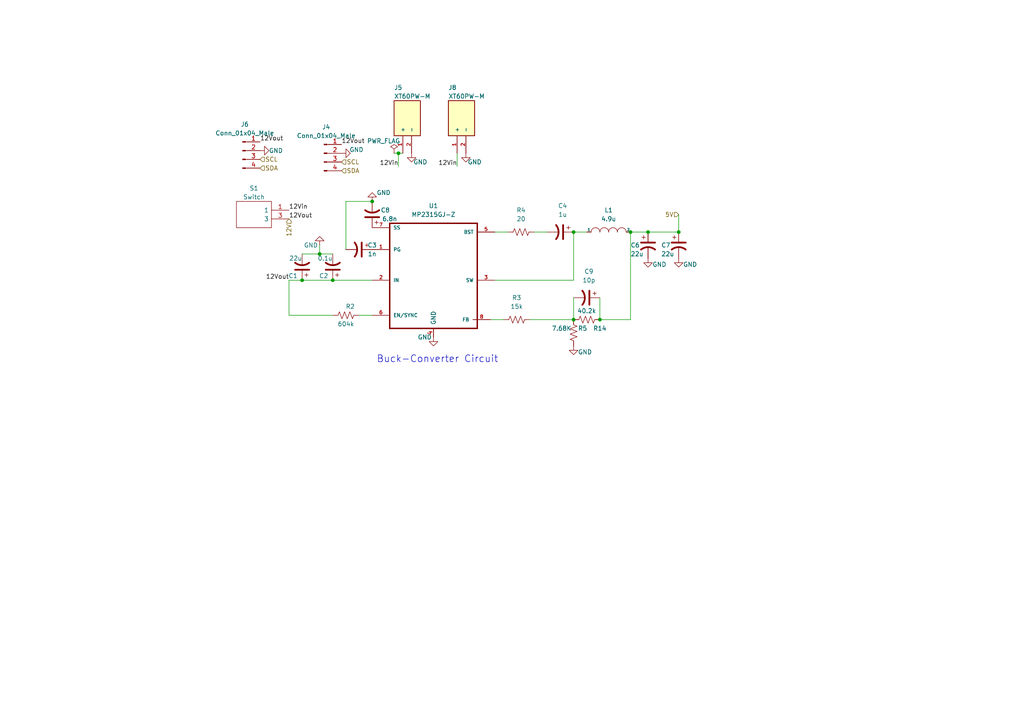
<source format=kicad_sch>
(kicad_sch (version 20230121) (generator eeschema)
  (paper "A4")
  (lib_symbols
    (symbol "2MS6T4B3M2CES:2MS6T4B3M2CES" (pin_names (offset 0.762))
      (property "Reference" "S" (at 16.51 7.62 0))
      (property "Value" "2MS6T4B3M2CES" (at 16.51 5.08 0))
      (symbol "2MS6T4B3M2CES_0_0"
        (pin passive line (at 0 -2.54 0) (length 5.08) (name "1") (number "1"))
        (pin passive line (at 0 0 0) (length 5.08) (name "3") (number "3"))
      )
      (symbol "2MS6T4B3M2CES_0_1"
        (polyline (pts (xy 5.08 2.54) (xy 15.24 2.54) (xy 15.24 -5.08) (xy 5.08 -5.08) (xy 5.08 2.54)) (stroke (width 0.1524)))
      )
    )
    (symbol "Connector:Conn_01x04_Male" (pin_names (offset 1.016) hide)
      (property "Reference" "J" (at 0 5.08 0))
      (property "Value" "Conn_01x04_Male" (at 0 -7.62 0))
      (symbol "Conn_01x04_Male_1_1"
        (polyline (pts (xy 1.27 -5.08) (xy 0.8636 -5.08)) (stroke (width 0.1524)))
        (polyline (pts (xy 1.27 -2.54) (xy 0.8636 -2.54)) (stroke (width 0.1524)))
        (polyline (pts (xy 1.27 0) (xy 0.8636 0)) (stroke (width 0.1524)))
        (polyline (pts (xy 1.27 2.54) (xy 0.8636 2.54)) (stroke (width 0.1524)))
        (rectangle (start 0.8636 -4.953) (end 0 -5.207) (stroke (width 0.1524)) (fill (type outline)))
        (rectangle (start 0.8636 -2.413) (end 0 -2.667) (stroke (width 0.1524)) (fill (type outline)))
        (rectangle (start 0.8636 0.127) (end 0 -0.127) (stroke (width 0.1524)) (fill (type outline)))
        (rectangle (start 0.8636 2.667) (end 0 2.413) (stroke (width 0.1524)) (fill (type outline)))
        (pin passive line (at 5.08 2.54 180) (length 3.81) (name "Pin_1") (number "1"))
        (pin passive line (at 5.08 0 180) (length 3.81) (name "Pin_2") (number "2"))
        (pin passive line (at 5.08 -2.54 180) (length 3.81) (name "Pin_3") (number "3"))
        (pin passive line (at 5.08 -5.08 180) (length 3.81) (name "Pin_4") (number "4"))
      )
    )
    (symbol "Device:C_Polarized_US" (pin_numbers hide) (pin_names (offset 0.254) hide)
      (property "Reference" "C" (at 0.635 2.54 0))
      (property "Value" "C_Polarized_US" (at 0.635 -2.54 0))
      (symbol "C_Polarized_US_0_1"
        (polyline (pts (xy -2.032 0.762) (xy 2.032 0.762)) (stroke (width 0.508)))
        (polyline (pts (xy -1.778 2.286) (xy -0.762 2.286)))
        (polyline (pts (xy -1.27 1.778) (xy -1.27 2.794)))
        (arc (start 2.032 -1.27) (mid 0 -0.5572) (end -2.032 -1.27) (stroke (width 0.508)))
      )
      (symbol "C_Polarized_US_1_1"
        (pin passive line (at 0 3.81 270) (length 2.794) (name "~") (number "1"))
        (pin passive line (at 0 -3.81 90) (length 3.302) (name "~") (number "2"))
      )
    )
    (symbol "Device:R_US" (pin_numbers hide) (pin_names (offset 0))
      (property "Reference" "R" (at 2.54 0 90))
      (property "Value" "R_US" (at -2.54 0 90))
      (symbol "R_US_0_1"
        (polyline (pts (xy 0 -2.286) (xy 0 -2.54)))
        (polyline (pts (xy 0 2.286) (xy 0 2.54)))
        (polyline (pts (xy 0 -0.762) (xy 1.016 -1.143) (xy 0 -1.524) (xy -1.016 -1.905) (xy 0 -2.286)))
        (polyline (pts (xy 0 0.762) (xy 1.016 0.381) (xy 0 0) (xy -1.016 -0.381) (xy 0 -0.762)))
        (polyline (pts (xy 0 2.286) (xy 1.016 1.905) (xy 0 1.524) (xy -1.016 1.143) (xy 0 0.762)))
      )
      (symbol "R_US_1_1"
        (pin passive line (at 0 3.81 270) (length 1.27) (name "~") (number "1"))
        (pin passive line (at 0 -3.81 90) (length 1.27) (name "~") (number "2"))
      )
    )
    (symbol "MP2315GJ-Z:MP2315GJ-Z" (pin_names (offset 1.016))
      (property "Reference" "U1" (at 0 20.32 0))
      (property "Value" "MP2315GJ-Z" (at 0 17.78 0))
      (symbol "MP2315GJ-Z_0_0"
        (polyline (pts (xy -12.7 -15.24) (xy -12.7 15.24)) (stroke (width 0.4064)))
        (polyline (pts (xy -12.7 15.24) (xy 12.7 15.24)) (stroke (width 0.4064)) (fill (type outline)))
        (polyline (pts (xy 12.7 -15.24) (xy -12.7 -15.24)) (stroke (width 0.4064)))
        (polyline (pts (xy 12.7 15.24) (xy 12.7 -15.24)) (stroke (width 0.4064)))
        (pin input line (at -17.78 7.62 0) (length 5.08) (name "PG") (number "1"))
        (pin power_in line (at -17.78 -1.27 0) (length 5.08) (name "IN") (number "2"))
        (pin bidirectional line (at 17.78 -1.27 180) (length 5.08) (name "SW") (number "3"))
        (pin output line (at 17.78 12.7 180) (length 5.08) (name "BST") (number "5"))
        (pin input line (at -17.78 -11.43 0) (length 5.08) (name "EN/SYNC") (number "6"))
        (pin power_out line (at -17.78 13.97 0) (length 5.08) (name "SS") (number "7"))
        (pin bidirectional line (at 16.51 -12.7 180) (length 5.08) (name "FB") (number "8"))
      )
      (symbol "MP2315GJ-Z_1_1"
        (rectangle (start -12.7 15.24) (end 12.7 -15.24))
        (pin power_out line (at 0 -17.78 90) (length 2.54) (name "GND") (number "4"))
      )
    )
    (symbol "XT60PW-M:XT60PW-M" (pin_names (offset 1.016))
      (property "Reference" "J" (at -5.08 5.715 0))
      (property "Value" "XT60PW-M" (at -5.08 -5.08 0))
      (symbol "XT60PW-M_0_0"
        (rectangle (start -5.08 -2.54) (end 5.08 5.08) (stroke (width 0.254)) (fill (type background)))
        (pin passive line (at -10.16 2.54 0) (length 5.08) (name "+") (number "1"))
        (pin passive line (at -10.16 0 0) (length 5.08) (name "-") (number "2"))
      )
    )
    (symbol "power:GND" (power) (pin_names (offset 0))
      (property "Value" "GND" (at 0 -3.81 0))
      (symbol "GND_0_1"
        (polyline (pts (xy 0 0) (xy 0 -1.27) (xy 1.27 -1.27) (xy 0 -2.54) (xy -1.27 -1.27) (xy 0 -1.27)))
      )
      (symbol "GND_1_1"
        (pin power_in line (at 0 0 270) (length 0) hide (name "GND") (number "1"))
      )
    )
    (symbol "power:PWR_FLAG" (power) (pin_numbers hide) (pin_names (offset 0) hide)
      (property "Value" "PWR_FLAG" (at 0 3.81 0))
      (symbol "PWR_FLAG_0_0"
        (pin power_out line (at 0 0 90) (length 0) (name "pwr") (number "1"))
      )
      (symbol "PWR_FLAG_0_1"
        (polyline (pts (xy 0 0) (xy 0 1.27) (xy -1.016 1.905) (xy 0 2.54) (xy 1.016 1.905) (xy 0 1.27)))
      )
    )
    (symbol "pspice:INDUCTOR" (pin_numbers hide) (pin_names (offset 0))
      (property "Reference" "L" (at 0 2.54 0))
      (property "Value" "INDUCTOR" (at 0 -1.27 0))
      (symbol "INDUCTOR_0_1"
        (arc (start -2.54 0) (mid -3.81 1.2645) (end -5.08 0))
        (arc (start 0 0) (mid -1.27 1.2645) (end -2.54 0))
        (arc (start 2.54 0) (mid 1.27 1.2645) (end 0 0))
        (arc (start 5.08 0) (mid 3.81 1.2645) (end 2.54 0))
      )
      (symbol "INDUCTOR_1_1"
        (pin input line (at -6.35 0 0) (length 1.27) (name "1") (number "1"))
        (pin input line (at 6.35 0 180) (length 1.27) (name "2") (number "2"))
      )
    )
  )
  (junction (at 182.88 67.31))
  (junction (at 87.63 81.28))
  (junction (at 187.96 67.31))
  (junction (at 196.85 67.31))
  (junction (at 173.99 92.71))
  (junction (at 107.95 58.42))
  (junction (at 96.52 81.28))
  (junction (at 92.71 73.66))
  (junction (at 166.37 67.31))
  (junction (at 115.57 44.45))
  (junction (at 166.37 92.71))
  (wire (pts (xy 182.88 92.71) (xy 173.99 92.71)))
  (wire (pts (xy 87.63 73.66) (xy 92.71 73.66)))
  (wire (pts (xy 154.94 67.31) (xy 158.75 67.31)))
  (wire (pts (xy 96.52 81.28) (xy 107.95 81.28)))
  (wire (pts (xy 92.71 71.12) (xy 92.71 73.66)))
  (wire (pts (xy 182.88 67.31) (xy 187.96 67.31)))
  (wire (pts (xy 182.88 67.31) (xy 182.88 92.71)))
  (wire (pts (xy 173.99 86.36) (xy 173.99 92.71)))
  (wire (pts (xy 104.14 91.44) (xy 107.95 91.44)))
  (wire (pts (xy 114.3 44.45) (xy 115.57 44.45)))
  (wire (pts (xy 166.37 67.31) (xy 170.18 67.31)))
  (wire (pts (xy 143.51 81.28) (xy 166.37 81.28)))
  (wire (pts (xy 166.37 86.36) (xy 166.37 92.71)))
  (wire (pts (xy 143.51 67.31) (xy 147.32 67.31)))
  (wire (pts (xy 100.33 58.42) (xy 107.95 58.42)))
  (wire (pts (xy 115.57 44.45) (xy 115.57 48.26)))
  (wire (pts (xy 92.71 73.66) (xy 96.52 73.66)))
  (wire (pts (xy 196.85 62.23) (xy 196.85 67.31)))
  (wire (pts (xy 87.63 81.28) (xy 96.52 81.28)))
  (wire (pts (xy 115.57 44.45) (xy 116.84 44.45)))
  (wire (pts (xy 132.588 44.45) (xy 132.588 48.26)))
  (wire (pts (xy 83.82 91.44) (xy 83.82 81.28)))
  (wire (pts (xy 146.05 92.71) (xy 142.24 92.71)))
  (wire (pts (xy 153.67 92.71) (xy 166.37 92.71)))
  (wire (pts (xy 96.52 91.44) (xy 83.82 91.44)))
  (wire (pts (xy 187.96 67.31) (xy 196.85 67.31)))
  (wire (pts (xy 83.82 81.28) (xy 87.63 81.28)))
  (wire (pts (xy 100.33 72.39) (xy 100.33 58.42)))
  (wire (pts (xy 166.37 81.28) (xy 166.37 67.31)))
  (text "Buck-Converter Circuit" (at 109.22 105.41 0) (effects (font (size 2 2)) (justify left bottom)))
  (label "12Vout" (at 83.82 81.28 180))
  (label "12Vout" (at 99.06 41.91 0))
  (label "12Vout" (at 75.438 41.148 0))
  (label "12Vout" (at 83.82 63.5 0))
  (label "12Vin" (at 132.588 48.26 180))
  (label "12Vin" (at 115.57 48.26 180))
  (label "12Vin" (at 83.82 60.96 0))
  (hierarchical_label "SCL" (shape input) (at 75.438 46.228 0))
  (hierarchical_label "SDA" (shape input) (at 99.06 49.53 0))
  (hierarchical_label "12V" (shape input) (at 83.82 63.5 270))
  (hierarchical_label "SDA" (shape input) (at 75.438 48.768 0))
  (hierarchical_label "5V" (shape input) (at 196.85 62.23 180))
  (hierarchical_label "SCL" (shape input) (at 99.06 46.99 0))
  (symbol (lib_id "power:GND") (at 119.38 44.45 0) (unit 1)
    (property "Reference" "#PWR0102" (effects hide))
    (property "Value" "GND" (at 121.92 46.99 0))
  )
  (symbol (lib_id "power:GND") (at 99.06 44.45 90) (unit 1)
    (property "Reference" "#PWR0106" (effects hide))
    (property "Value" "GND" (at 101.346 43.434 90) (effects (justify right)))
  )
  (symbol (lib_id "Device:C_Polarized_US") (at 196.85 71.12 0) (unit 1)
    (property "Reference" "C7" (at 191.77 71.12 0) (effects (justify left)))
    (property "Value" "22u" (at 191.77 73.66 0) (effects (justify left)))
    (property "Footprint" "Capacitor_SMD:C_1210_3225Metric_Pad1.33x2.70mm_HandSolder" (effects hide))
  )
  (symbol (lib_id "Device:R_US") (at 170.18 92.71 270) (unit 1)
    (property "Reference" "R14" (at 173.99 95.25 90))
    (property "Value" "40.2k" (at 170.18 90.17 90))
    (property "Footprint" "Resistor_SMD:R_0805_2012Metric_Pad1.20x1.40mm_HandSolder" (effects hide))
  )
  (symbol (lib_id "XT60PW-M:XT60PW-M") (at 135.128 34.29 90) (unit 1)
    (property "Reference" "J8" (at 130.048 25.4 90) (effects (justify right)))
    (property "Value" "XT60PW-M" (at 130.048 27.94 90) (effects (justify right)))
    (property "Footprint" ".pretty:AMASS_XT60PW-M" (effects hide))
    (property "STANDARD" "Manufacturer recommendations" (effects hide))
    (property "PARTREV" "V1.2" (effects hide))
    (property "MANUFACTURER" "AMASS" (effects hide))
    (property "MAXIMUM_PACKAGE_HEIGHT" "8.4 mm" (effects hide))
  )
  (symbol (lib_id "Device:R_US") (at 151.13 67.31 90) (unit 1)
    (property "Reference" "R4" (at 151.13 60.96 90))
    (property "Value" "20" (at 151.13 63.5 90))
    (property "Footprint" "Resistor_SMD:R_0603_1608Metric_Pad0.98x0.95mm_HandSolder" (effects hide))
  )
  (symbol (lib_id "Device:C_Polarized_US") (at 162.56 67.31 270) (unit 1)
    (property "Reference" "C4" (at 163.195 59.69 90))
    (property "Value" "1u" (at 163.195 62.23 90))
    (property "Footprint" "Capacitor_SMD:C_0603_1608Metric_Pad1.08x0.95mm_HandSolder" (effects hide))
  )
  (symbol (lib_id "power:GND") (at 187.96 74.93 0) (unit 1)
    (property "Reference" "#PWR0112" (effects hide))
    (property "Value" "GND" (at 191.262 76.708 0))
  )
  (symbol (lib_id "power:GND") (at 166.37 100.33 0) (unit 1)
    (property "Reference" "#PWR0114" (effects hide))
    (property "Value" "GND" (at 169.672 102.108 0))
  )
  (symbol (lib_id "power:GND") (at 196.85 74.93 0) (unit 1)
    (property "Reference" "#PWR0113" (effects hide))
    (property "Value" "GND" (at 200.152 76.708 0))
  )
  (symbol (lib_id "power:GND") (at 92.71 71.12 180) (unit 1)
    (property "Reference" "#PWR0103" (effects hide))
    (property "Value" "GND" (at 90.17 71.12 0))
  )
  (symbol (lib_id "MP2315GJ-Z:MP2315GJ-Z") (at 125.73 80.01 0) (unit 1)
    (property "Reference" "U1" (at 125.73 59.69 0))
    (property "Value" "MP2315GJ-Z" (at 125.73 62.23 0))
    (property "Footprint" ".pretty:MP2393GTL-P" (effects hide))
    (property "Datasheet" "https://www.monolithicpower.com/en/documentview/productdocument/index/version/2/document_type/Datasheet/lang/en/sku/MP2315/document_id/513" (effects hide))
    (property "Order" "https://www.mouser.com/ProductDetail/Monolithic-Power-Systems-MPS/MP2393GTL-Z?qs=YCa%2FAAYMW02wfKsqEy92eA%3D%3D" (effects hide))
  )
  (symbol (lib_id "power:PWR_FLAG") (at 114.3 44.45 0) (unit 1)
    (property "Reference" "#FLG0101" (effects hide))
    (property "Value" "PWR_FLAG" (at 111.252 40.894 0))
  )
  (symbol (lib_id "Device:R_US") (at 100.33 91.44 90) (unit 1)
    (property "Reference" "R2" (at 101.6 88.9 90))
    (property "Value" "604k" (at 100.33 93.98 90))
    (property "Footprint" "Resistor_SMD:R_1206_3216Metric_Pad1.30x1.75mm_HandSolder" (effects hide))
  )
  (symbol (lib_id "Device:R_US") (at 166.37 96.52 180) (unit 1)
    (property "Reference" "R5" (at 167.64 95.25 0) (effects (justify right)))
    (property "Value" "7.68K" (at 160.02 95.25 0) (effects (justify right)))
    (property "Footprint" "Resistor_SMD:R_0805_2012Metric_Pad1.20x1.40mm_HandSolder" (effects hide))
  )
  (symbol (lib_id "power:GND") (at 107.95 58.42 180) (unit 1)
    (property "Reference" "#PWR0101" (effects hide))
    (property "Value" "GND" (at 109.22 55.88 0) (effects (justify right)))
  )
  (symbol (lib_id "power:GND") (at 125.73 97.79 0) (unit 1)
    (property "Reference" "#PWR0104" (effects hide))
    (property "Value" "GND" (at 123.19 97.79 0))
  )
  (symbol (lib_id "XT60PW-M:XT60PW-M") (at 119.38 34.29 90) (unit 1)
    (property "Reference" "J5" (at 114.3 25.4 90) (effects (justify right)))
    (property "Value" "XT60PW-M" (at 114.3 27.94 90) (effects (justify right)))
    (property "Footprint" ".pretty:AMASS_XT60PW-M" (effects hide))
    (property "STANDARD" "Manufacturer recommendations" (effects hide))
    (property "PARTREV" "V1.2" (effects hide))
    (property "MANUFACTURER" "AMASS" (effects hide))
    (property "MAXIMUM_PACKAGE_HEIGHT" "8.4 mm" (effects hide))
  )
  (symbol (lib_id "power:GND") (at 75.438 43.688 90) (unit 1)
    (property "Reference" "#PWR0117" (effects hide))
    (property "Value" "GND" (at 77.978 43.688 90) (effects (justify right)))
  )
  (symbol (lib_id "2MS6T4B3M2CES:2MS6T4B3M2CES") (at 83.82 63.5 180) (unit 1)
    (property "Reference" "S1" (at 73.66 54.61 0))
    (property "Value" "Switch" (at 73.66 57.15 0))
    (property "Footprint" "refV:2MS6T4B3M2CES" (effects hide))
    (property "Datasheet" "https://www.mouser.in/datasheet/2/979/Dailywell_01132020_2M_Series-1708785.pdf" (effects hide))
    (property "Description" "Toggle Switches SPST OFF-ON" (effects hide))
    (property "Height" "23.63" (effects hide))
    (property "Mouser Part Number" "118-2MS6T4B3M2CES" (effects hide))
    (property "Mouser Price/Stock" "https://www.mouser.co.uk/ProductDetail/Dailywell/2MS6T4B3M2CES?qs=B6kkDfuK7%2FCZhGel7UMMow%3D%3D" (effects hide))
    (property "Manufacturer_Name" "Dailywell" (effects hide))
    (property "Manufacturer_Part_Number" "2MS6T4B3M2CES" (effects hide))
  )
  (symbol (lib_id "Device:C_Polarized_US") (at 87.63 77.47 180) (unit 1)
    (property "Reference" "C1" (at 86.36 80.01 0) (effects (justify left)))
    (property "Value" "22u" (at 87.63 74.93 0) (effects (justify left)))
    (property "Footprint" "Capacitor_SMD:C_1210_3225Metric_Pad1.33x2.70mm_HandSolder" (effects hide))
  )
  (symbol (lib_id "Connector:Conn_01x04_Male") (at 93.98 44.45 0) (unit 1)
    (property "Reference" "J4" (at 94.615 36.83 0))
    (property "Value" "Conn_01x04_Male" (at 94.615 39.37 0))
    (property "Footprint" "Connector_PinHeader_2.54mm:PinHeader_1x04_P2.54mm_Vertical" (effects hide))
  )
  (symbol (lib_id "Device:C_Polarized_US") (at 104.14 72.39 270) (unit 1)
    (property "Reference" "C3" (at 107.95 71.12 90))
    (property "Value" "1n" (at 107.95 73.66 90))
    (property "Footprint" "Capacitor_SMD:C_0603_1608Metric_Pad1.08x0.95mm_HandSolder" (effects hide))
  )
  (symbol (lib_id "power:GND") (at 135.128 44.45 0) (unit 1)
    (property "Reference" "#PWR0116" (effects hide))
    (property "Value" "GND" (at 137.668 46.99 0))
  )
  (symbol (lib_id "Device:C_Polarized_US") (at 107.95 62.23 180) (unit 1)
    (property "Reference" "C8" (at 111.76 60.96 0))
    (property "Value" "6.8n" (at 113.03 63.5 0))
    (property "Footprint" "Capacitor_SMD:C_0603_1608Metric_Pad1.08x0.95mm_HandSolder" (effects hide))
  )
  (symbol (lib_id "Device:C_Polarized_US") (at 187.96 71.12 0) (unit 1)
    (property "Reference" "C6" (at 182.88 71.12 0) (effects (justify left)))
    (property "Value" "22u" (at 182.88 73.66 0) (effects (justify left)))
    (property "Footprint" "Capacitor_SMD:C_1210_3225Metric_Pad1.33x2.70mm_HandSolder" (effects hide))
  )
  (symbol (lib_id "Connector:Conn_01x04_Male") (at 70.358 43.688 0) (unit 1)
    (property "Reference" "J6" (at 70.993 36.068 0))
    (property "Value" "Conn_01x04_Male" (at 70.993 38.608 0))
    (property "Footprint" "Connector_PinHeader_2.54mm:PinHeader_1x04_P2.54mm_Vertical" (effects hide))
  )
  (symbol (lib_id "Device:R_US") (at 149.86 92.71 90) (unit 1)
    (property "Reference" "R3" (at 149.86 86.36 90))
    (property "Value" "15k" (at 149.86 88.9 90))
    (property "Footprint" "Resistor_SMD:R_0805_2012Metric_Pad1.20x1.40mm_HandSolder" (effects hide))
  )
  (symbol (lib_id "Device:C_Polarized_US") (at 170.18 86.36 270) (unit 1)
    (property "Reference" "C9" (at 170.815 78.74 90))
    (property "Value" "10p" (at 170.815 81.28 90))
    (property "Footprint" "Capacitor_SMD:C_0603_1608Metric_Pad1.08x0.95mm_HandSolder" (effects hide))
  )
  (symbol (lib_id "Device:C_Polarized_US") (at 96.52 77.47 180) (unit 1)
    (property "Reference" "C2" (at 95.25 80.01 0) (effects (justify left)))
    (property "Value" "0.1u" (at 96.52 74.93 0) (effects (justify left)))
    (property "Footprint" "Capacitor_SMD:C_1210_3225Metric_Pad1.33x2.70mm_HandSolder" (effects hide))
  )
  (symbol (lib_id "pspice:INDUCTOR") (at 176.53 67.31 0) (unit 1)
    (property "Reference" "L1" (at 176.53 60.96 0))
    (property "Value" "4.9u" (at 176.53 63.5 0))
    (property "Footprint" ".pretty:744777004" (effects hide))
    (property "Datasheet" "https://www.eaton.com/content/dam/eaton/products/electronic-components/resources/data-sheet/eaton-sd7030-shielded-drum-core-power-inductors-data-sheet.pdf" (effects hide))
    (property "order" "https://www.mouser.com/ProductDetail/Coiltronics-Eaton/SD7030-5R0-R?qs=ybuMVFYFgVIfIkMqqaGZig%3D%3D" (effects hide))
  )
)
</source>
